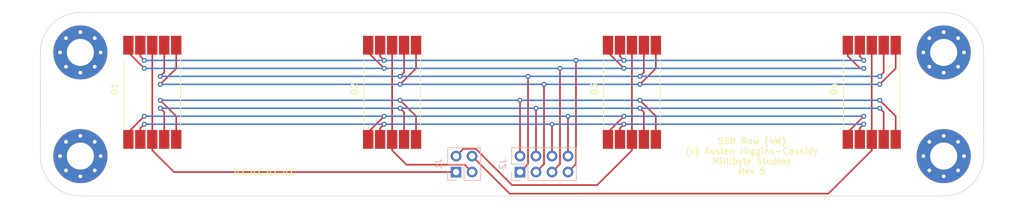
<source format=kicad_pcb>
(kicad_pcb (version 20171130) (host pcbnew "(5.1.8)-1")

  (general
    (thickness 1.6)
    (drawings 13)
    (tracks 172)
    (zones 0)
    (modules 10)
    (nets 13)
  )

  (page A4)
  (layers
    (0 F.Cu signal)
    (31 B.Cu signal)
    (32 B.Adhes user)
    (33 F.Adhes user)
    (34 B.Paste user)
    (35 F.Paste user)
    (36 B.SilkS user)
    (37 F.SilkS user)
    (38 B.Mask user)
    (39 F.Mask user)
    (40 Dwgs.User user)
    (41 Cmts.User user)
    (42 Eco1.User user)
    (43 Eco2.User user)
    (44 Edge.Cuts user)
    (45 Margin user)
    (46 B.CrtYd user)
    (47 F.CrtYd user)
    (48 B.Fab user)
    (49 F.Fab user)
  )

  (setup
    (last_trace_width 0.25)
    (trace_clearance 0.2)
    (zone_clearance 0.508)
    (zone_45_only no)
    (trace_min 0.2)
    (via_size 0.8)
    (via_drill 0.4)
    (via_min_size 0.4)
    (via_min_drill 0.3)
    (uvia_size 0.3)
    (uvia_drill 0.1)
    (uvias_allowed no)
    (uvia_min_size 0.2)
    (uvia_min_drill 0.1)
    (edge_width 0.1)
    (segment_width 0.2)
    (pcb_text_width 0.3)
    (pcb_text_size 1.5 1.5)
    (mod_edge_width 0.15)
    (mod_text_size 1 1)
    (mod_text_width 0.15)
    (pad_size 1.524 1.524)
    (pad_drill 0.762)
    (pad_to_mask_clearance 0)
    (aux_axis_origin 0 0)
    (visible_elements 7FFFFFFF)
    (pcbplotparams
      (layerselection 0x010fc_ffffffff)
      (usegerberextensions false)
      (usegerberattributes true)
      (usegerberadvancedattributes true)
      (creategerberjobfile true)
      (excludeedgelayer true)
      (linewidth 0.100000)
      (plotframeref false)
      (viasonmask false)
      (mode 1)
      (useauxorigin false)
      (hpglpennumber 1)
      (hpglpenspeed 20)
      (hpglpendiameter 15.000000)
      (psnegative false)
      (psa4output false)
      (plotreference true)
      (plotvalue true)
      (plotinvisibletext false)
      (padsonsilk false)
      (subtractmaskfromsilk false)
      (outputformat 1)
      (mirror false)
      (drillshape 0)
      (scaleselection 1)
      (outputdirectory "SSD4/"))
  )

  (net 0 "")
  (net 1 /SEG_G)
  (net 2 /SEG_F)
  (net 3 /DIG_0)
  (net 4 /SEG_A)
  (net 5 /SEG_B)
  (net 6 /SEG_DP)
  (net 7 /SEG_C)
  (net 8 /SEG_D)
  (net 9 /SEG_E)
  (net 10 /DIG_1)
  (net 11 /DIG_2)
  (net 12 /DIG_3)

  (net_class Default "This is the default net class."
    (clearance 0.2)
    (trace_width 0.25)
    (via_dia 0.8)
    (via_drill 0.4)
    (uvia_dia 0.3)
    (uvia_drill 0.1)
    (add_net /DIG_0)
    (add_net /DIG_1)
    (add_net /DIG_2)
    (add_net /DIG_3)
    (add_net /SEG_A)
    (add_net /SEG_B)
    (add_net /SEG_C)
    (add_net /SEG_D)
    (add_net /SEG_DP)
    (add_net /SEG_E)
    (add_net /SEG_F)
    (add_net /SEG_G)
  )

  (module Disarmed:MountingHole_4.3mm_M4_Pad_Via (layer F.Cu) (tedit 5FFEF6A9) (tstamp 60103A66)
    (at 19.05 27.94)
    (descr "Mounting Hole 4.3mm, M4")
    (tags "mounting hole 4.3mm m4")
    (attr virtual)
    (fp_text reference REF** (at 0 -5.3) (layer F.SilkS) hide
      (effects (font (size 1 1) (thickness 0.15)))
    )
    (fp_text value MountingHole_4.3mm_M4_Pad_Via (at 0 5.3) (layer F.Fab)
      (effects (font (size 1 1) (thickness 0.15)))
    )
    (fp_circle (center 0 0) (end 4.55 0) (layer F.CrtYd) (width 0.05))
    (fp_circle (center 0 0) (end 4.3 0) (layer Cmts.User) (width 0.15))
    (fp_text user %R (at 0.3 0) (layer F.Fab)
      (effects (font (size 1 1) (thickness 0.15)))
    )
    (pad "" np_thru_hole circle (at 0 0) (size 8.6 8.6) (drill 4.3) (layers *.Cu *.Mask))
    (pad "" np_thru_hole circle (at 3.225 0) (size 0.9 0.9) (drill 0.6) (layers *.Cu *.Mask))
    (pad "" np_thru_hole circle (at 2.280419 2.280419) (size 0.9 0.9) (drill 0.6) (layers *.Cu *.Mask))
    (pad "" np_thru_hole circle (at 0 3.225) (size 0.9 0.9) (drill 0.6) (layers *.Cu *.Mask))
    (pad "" np_thru_hole circle (at -2.280419 2.280419) (size 0.9 0.9) (drill 0.6) (layers *.Cu *.Mask))
    (pad "" np_thru_hole circle (at -3.225 0) (size 0.9 0.9) (drill 0.6) (layers *.Cu *.Mask))
    (pad "" np_thru_hole circle (at -2.280419 -2.280419) (size 0.9 0.9) (drill 0.6) (layers *.Cu *.Mask))
    (pad "" np_thru_hole circle (at 0 -3.225) (size 0.9 0.9) (drill 0.6) (layers *.Cu *.Mask))
    (pad "" np_thru_hole circle (at 2.280419 -2.280419) (size 0.9 0.9) (drill 0.6) (layers *.Cu *.Mask))
  )

  (module Disarmed:MountingHole_4.3mm_M4_Pad_Via (layer F.Cu) (tedit 5FFEF6A9) (tstamp 60103A1A)
    (at 19.05 44.45)
    (descr "Mounting Hole 4.3mm, M4")
    (tags "mounting hole 4.3mm m4")
    (attr virtual)
    (fp_text reference REF** (at 0 -5.3) (layer F.SilkS) hide
      (effects (font (size 1 1) (thickness 0.15)))
    )
    (fp_text value MountingHole_4.3mm_M4_Pad_Via (at 0 5.3) (layer F.Fab)
      (effects (font (size 1 1) (thickness 0.15)))
    )
    (fp_circle (center 0 0) (end 4.55 0) (layer F.CrtYd) (width 0.05))
    (fp_circle (center 0 0) (end 4.3 0) (layer Cmts.User) (width 0.15))
    (fp_text user %R (at 0.3 0) (layer F.Fab)
      (effects (font (size 1 1) (thickness 0.15)))
    )
    (pad "" np_thru_hole circle (at 0 0) (size 8.6 8.6) (drill 4.3) (layers *.Cu *.Mask))
    (pad "" np_thru_hole circle (at 3.225 0) (size 0.9 0.9) (drill 0.6) (layers *.Cu *.Mask))
    (pad "" np_thru_hole circle (at 2.280419 2.280419) (size 0.9 0.9) (drill 0.6) (layers *.Cu *.Mask))
    (pad "" np_thru_hole circle (at 0 3.225) (size 0.9 0.9) (drill 0.6) (layers *.Cu *.Mask))
    (pad "" np_thru_hole circle (at -2.280419 2.280419) (size 0.9 0.9) (drill 0.6) (layers *.Cu *.Mask))
    (pad "" np_thru_hole circle (at -3.225 0) (size 0.9 0.9) (drill 0.6) (layers *.Cu *.Mask))
    (pad "" np_thru_hole circle (at -2.280419 -2.280419) (size 0.9 0.9) (drill 0.6) (layers *.Cu *.Mask))
    (pad "" np_thru_hole circle (at 0 -3.225) (size 0.9 0.9) (drill 0.6) (layers *.Cu *.Mask))
    (pad "" np_thru_hole circle (at 2.280419 -2.280419) (size 0.9 0.9) (drill 0.6) (layers *.Cu *.Mask))
  )

  (module Disarmed:MountingHole_4.3mm_M4_Pad_Via (layer F.Cu) (tedit 5FFEF6A9) (tstamp 601039CE)
    (at 156.21 44.45)
    (descr "Mounting Hole 4.3mm, M4")
    (tags "mounting hole 4.3mm m4")
    (attr virtual)
    (fp_text reference REF** (at 0 -5.3) (layer F.SilkS) hide
      (effects (font (size 1 1) (thickness 0.15)))
    )
    (fp_text value MountingHole_4.3mm_M4_Pad_Via (at 0 5.3) (layer F.Fab)
      (effects (font (size 1 1) (thickness 0.15)))
    )
    (fp_circle (center 0 0) (end 4.55 0) (layer F.CrtYd) (width 0.05))
    (fp_circle (center 0 0) (end 4.3 0) (layer Cmts.User) (width 0.15))
    (fp_text user %R (at 0.3 0) (layer F.Fab)
      (effects (font (size 1 1) (thickness 0.15)))
    )
    (pad "" np_thru_hole circle (at 0 0) (size 8.6 8.6) (drill 4.3) (layers *.Cu *.Mask))
    (pad "" np_thru_hole circle (at 3.225 0) (size 0.9 0.9) (drill 0.6) (layers *.Cu *.Mask))
    (pad "" np_thru_hole circle (at 2.280419 2.280419) (size 0.9 0.9) (drill 0.6) (layers *.Cu *.Mask))
    (pad "" np_thru_hole circle (at 0 3.225) (size 0.9 0.9) (drill 0.6) (layers *.Cu *.Mask))
    (pad "" np_thru_hole circle (at -2.280419 2.280419) (size 0.9 0.9) (drill 0.6) (layers *.Cu *.Mask))
    (pad "" np_thru_hole circle (at -3.225 0) (size 0.9 0.9) (drill 0.6) (layers *.Cu *.Mask))
    (pad "" np_thru_hole circle (at -2.280419 -2.280419) (size 0.9 0.9) (drill 0.6) (layers *.Cu *.Mask))
    (pad "" np_thru_hole circle (at 0 -3.225) (size 0.9 0.9) (drill 0.6) (layers *.Cu *.Mask))
    (pad "" np_thru_hole circle (at 2.280419 -2.280419) (size 0.9 0.9) (drill 0.6) (layers *.Cu *.Mask))
  )

  (module Disarmed:MountingHole_4.3mm_M4_Pad_Via (layer F.Cu) (tedit 5FFEF6A9) (tstamp 60103982)
    (at 156.21 27.94)
    (descr "Mounting Hole 4.3mm, M4")
    (tags "mounting hole 4.3mm m4")
    (attr virtual)
    (fp_text reference REF** (at 0 -5.3) (layer F.SilkS) hide
      (effects (font (size 1 1) (thickness 0.15)))
    )
    (fp_text value MountingHole_4.3mm_M4_Pad_Via (at 0 5.3) (layer F.Fab)
      (effects (font (size 1 1) (thickness 0.15)))
    )
    (fp_circle (center 0 0) (end 4.55 0) (layer F.CrtYd) (width 0.05))
    (fp_circle (center 0 0) (end 4.3 0) (layer Cmts.User) (width 0.15))
    (fp_text user %R (at 0.3 0) (layer F.Fab)
      (effects (font (size 1 1) (thickness 0.15)))
    )
    (pad "" np_thru_hole circle (at 0 0) (size 8.6 8.6) (drill 4.3) (layers *.Cu *.Mask))
    (pad "" np_thru_hole circle (at 3.225 0) (size 0.9 0.9) (drill 0.6) (layers *.Cu *.Mask))
    (pad "" np_thru_hole circle (at 2.280419 2.280419) (size 0.9 0.9) (drill 0.6) (layers *.Cu *.Mask))
    (pad "" np_thru_hole circle (at 0 3.225) (size 0.9 0.9) (drill 0.6) (layers *.Cu *.Mask))
    (pad "" np_thru_hole circle (at -2.280419 2.280419) (size 0.9 0.9) (drill 0.6) (layers *.Cu *.Mask))
    (pad "" np_thru_hole circle (at -3.225 0) (size 0.9 0.9) (drill 0.6) (layers *.Cu *.Mask))
    (pad "" np_thru_hole circle (at -2.280419 -2.280419) (size 0.9 0.9) (drill 0.6) (layers *.Cu *.Mask))
    (pad "" np_thru_hole circle (at 0 -3.225) (size 0.9 0.9) (drill 0.6) (layers *.Cu *.Mask))
    (pad "" np_thru_hole circle (at 2.280419 -2.280419) (size 0.9 0.9) (drill 0.6) (layers *.Cu *.Mask))
  )

  (module Disarmed:VDMRX10C0 (layer F.Cu) (tedit 600F4568) (tstamp 60102524)
    (at 30.48 34.29)
    (path /60748DDB)
    (fp_text reference D1 (at -6 -0.5 90) (layer F.SilkS)
      (effects (font (size 1 1) (thickness 0.15)))
    )
    (fp_text value HDSP-5500 (at 0 0 90) (layer F.Fab)
      (effects (font (size 1 1) (thickness 0.15)))
    )
    (fp_line (start 4.5 5.5) (end 4.5 -5.5) (layer F.SilkS) (width 0.12))
    (fp_line (start -4.5 5.5) (end -4.5 -5.5) (layer F.SilkS) (width 0.12))
    (fp_line (start -5.5 -9.5) (end -5.5 9.5) (layer F.CrtYd) (width 0.12))
    (fp_line (start -5.5 9.5) (end 5.5 9.5) (layer F.CrtYd) (width 0.12))
    (fp_line (start 5.5 9.5) (end 5.5 -9.5) (layer F.CrtYd) (width 0.12))
    (fp_line (start 5.5 -9.5) (end -5.5 -9.5) (layer F.CrtYd) (width 0.12))
    (fp_line (start -5 -6) (end -5 6) (layer F.Fab) (width 0.12))
    (fp_line (start -5 6) (end 5 6) (layer F.Fab) (width 0.12))
    (fp_line (start 5 6) (end 5 -6) (layer F.Fab) (width 0.12))
    (fp_line (start 5 -6) (end -5 -6) (layer F.Fab) (width 0.12))
    (pad 10 smd rect (at 3.8 -7.5) (size 1.65 3) (layers F.Cu F.Paste F.Mask)
      (net 1 /SEG_G) (clearance 0.2875))
    (pad 9 smd rect (at 1.9 -7.5) (size 1.65 3) (layers F.Cu F.Paste F.Mask)
      (net 2 /SEG_F) (clearance 0.2875))
    (pad 8 smd rect (at 0 -7.5) (size 1.65 3) (layers F.Cu F.Paste F.Mask)
      (net 3 /DIG_0) (clearance 0.2875))
    (pad 7 smd rect (at -1.9 -7.5) (size 1.65 3) (layers F.Cu F.Paste F.Mask)
      (net 4 /SEG_A) (clearance 0.2875))
    (pad 6 smd rect (at -3.8 -7.5) (size 1.65 3) (layers F.Cu F.Paste F.Mask)
      (net 5 /SEG_B) (clearance 0.2875))
    (pad 5 smd rect (at -3.8 7.5) (size 1.65 3) (layers F.Cu F.Paste F.Mask)
      (net 6 /SEG_DP) (clearance 0.2875))
    (pad 4 smd rect (at -1.9 7.5) (size 1.65 3) (layers F.Cu F.Paste F.Mask)
      (net 7 /SEG_C) (clearance 0.2875))
    (pad 3 smd rect (at 0 7.5) (size 1.65 3) (layers F.Cu F.Paste F.Mask)
      (net 3 /DIG_0) (clearance 0.2875))
    (pad 2 smd rect (at 1.9 7.5) (size 1.65 3) (layers F.Cu F.Paste F.Mask)
      (net 8 /SEG_D) (clearance 0.2875))
    (pad 1 smd rect (at 3.8 7.5) (size 1.65 3) (layers F.Cu F.Paste F.Mask)
      (net 9 /SEG_E) (clearance 0.2875))
  )

  (module Disarmed:VDMRX10C0 (layer F.Cu) (tedit 600F4568) (tstamp 6010253C)
    (at 68.58 34.29)
    (path /60748DD5)
    (fp_text reference D2 (at -6 -0.5 90) (layer F.SilkS)
      (effects (font (size 1 1) (thickness 0.15)))
    )
    (fp_text value HDSP-5500 (at 0 0 90) (layer F.Fab)
      (effects (font (size 1 1) (thickness 0.15)))
    )
    (fp_line (start 5 -6) (end -5 -6) (layer F.Fab) (width 0.12))
    (fp_line (start 5 6) (end 5 -6) (layer F.Fab) (width 0.12))
    (fp_line (start -5 6) (end 5 6) (layer F.Fab) (width 0.12))
    (fp_line (start -5 -6) (end -5 6) (layer F.Fab) (width 0.12))
    (fp_line (start 5.5 -9.5) (end -5.5 -9.5) (layer F.CrtYd) (width 0.12))
    (fp_line (start 5.5 9.5) (end 5.5 -9.5) (layer F.CrtYd) (width 0.12))
    (fp_line (start -5.5 9.5) (end 5.5 9.5) (layer F.CrtYd) (width 0.12))
    (fp_line (start -5.5 -9.5) (end -5.5 9.5) (layer F.CrtYd) (width 0.12))
    (fp_line (start -4.5 5.5) (end -4.5 -5.5) (layer F.SilkS) (width 0.12))
    (fp_line (start 4.5 5.5) (end 4.5 -5.5) (layer F.SilkS) (width 0.12))
    (pad 1 smd rect (at 3.8 7.5) (size 1.65 3) (layers F.Cu F.Paste F.Mask)
      (net 9 /SEG_E) (clearance 0.2875))
    (pad 2 smd rect (at 1.9 7.5) (size 1.65 3) (layers F.Cu F.Paste F.Mask)
      (net 8 /SEG_D) (clearance 0.2875))
    (pad 3 smd rect (at 0 7.5) (size 1.65 3) (layers F.Cu F.Paste F.Mask)
      (net 10 /DIG_1) (clearance 0.2875))
    (pad 4 smd rect (at -1.9 7.5) (size 1.65 3) (layers F.Cu F.Paste F.Mask)
      (net 7 /SEG_C) (clearance 0.2875))
    (pad 5 smd rect (at -3.8 7.5) (size 1.65 3) (layers F.Cu F.Paste F.Mask)
      (net 6 /SEG_DP) (clearance 0.2875))
    (pad 6 smd rect (at -3.8 -7.5) (size 1.65 3) (layers F.Cu F.Paste F.Mask)
      (net 5 /SEG_B) (clearance 0.2875))
    (pad 7 smd rect (at -1.9 -7.5) (size 1.65 3) (layers F.Cu F.Paste F.Mask)
      (net 4 /SEG_A) (clearance 0.2875))
    (pad 8 smd rect (at 0 -7.5) (size 1.65 3) (layers F.Cu F.Paste F.Mask)
      (net 10 /DIG_1) (clearance 0.2875))
    (pad 9 smd rect (at 1.9 -7.5) (size 1.65 3) (layers F.Cu F.Paste F.Mask)
      (net 2 /SEG_F) (clearance 0.2875))
    (pad 10 smd rect (at 3.8 -7.5) (size 1.65 3) (layers F.Cu F.Paste F.Mask)
      (net 1 /SEG_G) (clearance 0.2875))
  )

  (module Disarmed:VDMRX10C0 (layer F.Cu) (tedit 600F4568) (tstamp 60102554)
    (at 106.68 34.29)
    (path /60748DE1)
    (fp_text reference D3 (at -6 -0.5 90) (layer F.SilkS)
      (effects (font (size 1 1) (thickness 0.15)))
    )
    (fp_text value HDSP-5500 (at 0 0 90) (layer F.Fab)
      (effects (font (size 1 1) (thickness 0.15)))
    )
    (fp_line (start 5 -6) (end -5 -6) (layer F.Fab) (width 0.12))
    (fp_line (start 5 6) (end 5 -6) (layer F.Fab) (width 0.12))
    (fp_line (start -5 6) (end 5 6) (layer F.Fab) (width 0.12))
    (fp_line (start -5 -6) (end -5 6) (layer F.Fab) (width 0.12))
    (fp_line (start 5.5 -9.5) (end -5.5 -9.5) (layer F.CrtYd) (width 0.12))
    (fp_line (start 5.5 9.5) (end 5.5 -9.5) (layer F.CrtYd) (width 0.12))
    (fp_line (start -5.5 9.5) (end 5.5 9.5) (layer F.CrtYd) (width 0.12))
    (fp_line (start -5.5 -9.5) (end -5.5 9.5) (layer F.CrtYd) (width 0.12))
    (fp_line (start -4.5 5.5) (end -4.5 -5.5) (layer F.SilkS) (width 0.12))
    (fp_line (start 4.5 5.5) (end 4.5 -5.5) (layer F.SilkS) (width 0.12))
    (pad 1 smd rect (at 3.8 7.5) (size 1.65 3) (layers F.Cu F.Paste F.Mask)
      (net 9 /SEG_E) (clearance 0.2875))
    (pad 2 smd rect (at 1.9 7.5) (size 1.65 3) (layers F.Cu F.Paste F.Mask)
      (net 8 /SEG_D) (clearance 0.2875))
    (pad 3 smd rect (at 0 7.5) (size 1.65 3) (layers F.Cu F.Paste F.Mask)
      (net 11 /DIG_2) (clearance 0.2875))
    (pad 4 smd rect (at -1.9 7.5) (size 1.65 3) (layers F.Cu F.Paste F.Mask)
      (net 7 /SEG_C) (clearance 0.2875))
    (pad 5 smd rect (at -3.8 7.5) (size 1.65 3) (layers F.Cu F.Paste F.Mask)
      (net 6 /SEG_DP) (clearance 0.2875))
    (pad 6 smd rect (at -3.8 -7.5) (size 1.65 3) (layers F.Cu F.Paste F.Mask)
      (net 5 /SEG_B) (clearance 0.2875))
    (pad 7 smd rect (at -1.9 -7.5) (size 1.65 3) (layers F.Cu F.Paste F.Mask)
      (net 4 /SEG_A) (clearance 0.2875))
    (pad 8 smd rect (at 0 -7.5) (size 1.65 3) (layers F.Cu F.Paste F.Mask)
      (net 11 /DIG_2) (clearance 0.2875))
    (pad 9 smd rect (at 1.9 -7.5) (size 1.65 3) (layers F.Cu F.Paste F.Mask)
      (net 2 /SEG_F) (clearance 0.2875))
    (pad 10 smd rect (at 3.8 -7.5) (size 1.65 3) (layers F.Cu F.Paste F.Mask)
      (net 1 /SEG_G) (clearance 0.2875))
  )

  (module Disarmed:VDMRX10C0 (layer F.Cu) (tedit 600F4568) (tstamp 6010256C)
    (at 144.78 34.29)
    (path /60748DE7)
    (fp_text reference D4 (at -6 -0.5 90) (layer F.SilkS)
      (effects (font (size 1 1) (thickness 0.15)))
    )
    (fp_text value HDSP-5500 (at 0 0 90) (layer F.Fab)
      (effects (font (size 1 1) (thickness 0.15)))
    )
    (fp_line (start 4.5 5.5) (end 4.5 -5.5) (layer F.SilkS) (width 0.12))
    (fp_line (start -4.5 5.5) (end -4.5 -5.5) (layer F.SilkS) (width 0.12))
    (fp_line (start -5.5 -9.5) (end -5.5 9.5) (layer F.CrtYd) (width 0.12))
    (fp_line (start -5.5 9.5) (end 5.5 9.5) (layer F.CrtYd) (width 0.12))
    (fp_line (start 5.5 9.5) (end 5.5 -9.5) (layer F.CrtYd) (width 0.12))
    (fp_line (start 5.5 -9.5) (end -5.5 -9.5) (layer F.CrtYd) (width 0.12))
    (fp_line (start -5 -6) (end -5 6) (layer F.Fab) (width 0.12))
    (fp_line (start -5 6) (end 5 6) (layer F.Fab) (width 0.12))
    (fp_line (start 5 6) (end 5 -6) (layer F.Fab) (width 0.12))
    (fp_line (start 5 -6) (end -5 -6) (layer F.Fab) (width 0.12))
    (pad 10 smd rect (at 3.8 -7.5) (size 1.65 3) (layers F.Cu F.Paste F.Mask)
      (net 1 /SEG_G) (clearance 0.2875))
    (pad 9 smd rect (at 1.9 -7.5) (size 1.65 3) (layers F.Cu F.Paste F.Mask)
      (net 2 /SEG_F) (clearance 0.2875))
    (pad 8 smd rect (at 0 -7.5) (size 1.65 3) (layers F.Cu F.Paste F.Mask)
      (net 12 /DIG_3) (clearance 0.2875))
    (pad 7 smd rect (at -1.9 -7.5) (size 1.65 3) (layers F.Cu F.Paste F.Mask)
      (net 4 /SEG_A) (clearance 0.2875))
    (pad 6 smd rect (at -3.8 -7.5) (size 1.65 3) (layers F.Cu F.Paste F.Mask)
      (net 5 /SEG_B) (clearance 0.2875))
    (pad 5 smd rect (at -3.8 7.5) (size 1.65 3) (layers F.Cu F.Paste F.Mask)
      (net 6 /SEG_DP) (clearance 0.2875))
    (pad 4 smd rect (at -1.9 7.5) (size 1.65 3) (layers F.Cu F.Paste F.Mask)
      (net 7 /SEG_C) (clearance 0.2875))
    (pad 3 smd rect (at 0 7.5) (size 1.65 3) (layers F.Cu F.Paste F.Mask)
      (net 12 /DIG_3) (clearance 0.2875))
    (pad 2 smd rect (at 1.9 7.5) (size 1.65 3) (layers F.Cu F.Paste F.Mask)
      (net 8 /SEG_D) (clearance 0.2875))
    (pad 1 smd rect (at 3.8 7.5) (size 1.65 3) (layers F.Cu F.Paste F.Mask)
      (net 9 /SEG_E) (clearance 0.2875))
  )

  (module Connector_PinSocket_2.54mm:PinSocket_2x02_P2.54mm_Vertical (layer B.Cu) (tedit 5A19A426) (tstamp 60102586)
    (at 78.74 46.99 270)
    (descr "Through hole straight socket strip, 2x02, 2.54mm pitch, double cols (from Kicad 4.0.7), script generated")
    (tags "Through hole socket strip THT 2x02 2.54mm double row")
    (path /6012F0A6)
    (fp_text reference J1 (at -1.27 2.77 270) (layer B.SilkS)
      (effects (font (size 1 1) (thickness 0.15)) (justify mirror))
    )
    (fp_text value Conn_02x02_Odd_Even (at -1.27 -5.31 270) (layer B.Fab)
      (effects (font (size 1 1) (thickness 0.15)) (justify mirror))
    )
    (fp_line (start -4.34 -4.3) (end -4.34 1.8) (layer B.CrtYd) (width 0.05))
    (fp_line (start 1.76 -4.3) (end -4.34 -4.3) (layer B.CrtYd) (width 0.05))
    (fp_line (start 1.76 1.8) (end 1.76 -4.3) (layer B.CrtYd) (width 0.05))
    (fp_line (start -4.34 1.8) (end 1.76 1.8) (layer B.CrtYd) (width 0.05))
    (fp_line (start 0 1.33) (end 1.33 1.33) (layer B.SilkS) (width 0.12))
    (fp_line (start 1.33 1.33) (end 1.33 0) (layer B.SilkS) (width 0.12))
    (fp_line (start -1.27 1.33) (end -1.27 -1.27) (layer B.SilkS) (width 0.12))
    (fp_line (start -1.27 -1.27) (end 1.33 -1.27) (layer B.SilkS) (width 0.12))
    (fp_line (start 1.33 -1.27) (end 1.33 -3.87) (layer B.SilkS) (width 0.12))
    (fp_line (start -3.87 -3.87) (end 1.33 -3.87) (layer B.SilkS) (width 0.12))
    (fp_line (start -3.87 1.33) (end -3.87 -3.87) (layer B.SilkS) (width 0.12))
    (fp_line (start -3.87 1.33) (end -1.27 1.33) (layer B.SilkS) (width 0.12))
    (fp_line (start -3.81 -3.81) (end -3.81 1.27) (layer B.Fab) (width 0.1))
    (fp_line (start 1.27 -3.81) (end -3.81 -3.81) (layer B.Fab) (width 0.1))
    (fp_line (start 1.27 0.27) (end 1.27 -3.81) (layer B.Fab) (width 0.1))
    (fp_line (start 0.27 1.27) (end 1.27 0.27) (layer B.Fab) (width 0.1))
    (fp_line (start -3.81 1.27) (end 0.27 1.27) (layer B.Fab) (width 0.1))
    (fp_text user %R (at -1.27 -1.27) (layer B.Fab)
      (effects (font (size 1 1) (thickness 0.15)) (justify mirror))
    )
    (pad 1 thru_hole rect (at 0 0 270) (size 1.7 1.7) (drill 1) (layers *.Cu *.Mask)
      (net 3 /DIG_0))
    (pad 2 thru_hole oval (at -2.54 0 270) (size 1.7 1.7) (drill 1) (layers *.Cu *.Mask)
      (net 11 /DIG_2))
    (pad 3 thru_hole oval (at 0 -2.54 270) (size 1.7 1.7) (drill 1) (layers *.Cu *.Mask)
      (net 10 /DIG_1))
    (pad 4 thru_hole oval (at -2.54 -2.54 270) (size 1.7 1.7) (drill 1) (layers *.Cu *.Mask)
      (net 12 /DIG_3))
    (model ${KISYS3DMOD}/Connector_PinSocket_2.54mm.3dshapes/PinSocket_2x02_P2.54mm_Vertical.wrl
      (at (xyz 0 0 0))
      (scale (xyz 1 1 1))
      (rotate (xyz 0 0 0))
    )
  )

  (module Connector_PinSocket_2.54mm:PinSocket_2x04_P2.54mm_Vertical (layer B.Cu) (tedit 5A19A422) (tstamp 601025A4)
    (at 88.9 46.99 270)
    (descr "Through hole straight socket strip, 2x04, 2.54mm pitch, double cols (from Kicad 4.0.7), script generated")
    (tags "Through hole socket strip THT 2x04 2.54mm double row")
    (path /60134827)
    (fp_text reference J2 (at -1.27 2.77 270) (layer B.SilkS)
      (effects (font (size 1 1) (thickness 0.15)) (justify mirror))
    )
    (fp_text value Conn_02x04_Odd_Even (at -1.27 -10.39 270) (layer B.Fab)
      (effects (font (size 1 1) (thickness 0.15)) (justify mirror))
    )
    (fp_line (start -4.34 -9.4) (end -4.34 1.8) (layer B.CrtYd) (width 0.05))
    (fp_line (start 1.76 -9.4) (end -4.34 -9.4) (layer B.CrtYd) (width 0.05))
    (fp_line (start 1.76 1.8) (end 1.76 -9.4) (layer B.CrtYd) (width 0.05))
    (fp_line (start -4.34 1.8) (end 1.76 1.8) (layer B.CrtYd) (width 0.05))
    (fp_line (start 0 1.33) (end 1.33 1.33) (layer B.SilkS) (width 0.12))
    (fp_line (start 1.33 1.33) (end 1.33 0) (layer B.SilkS) (width 0.12))
    (fp_line (start -1.27 1.33) (end -1.27 -1.27) (layer B.SilkS) (width 0.12))
    (fp_line (start -1.27 -1.27) (end 1.33 -1.27) (layer B.SilkS) (width 0.12))
    (fp_line (start 1.33 -1.27) (end 1.33 -8.95) (layer B.SilkS) (width 0.12))
    (fp_line (start -3.87 -8.95) (end 1.33 -8.95) (layer B.SilkS) (width 0.12))
    (fp_line (start -3.87 1.33) (end -3.87 -8.95) (layer B.SilkS) (width 0.12))
    (fp_line (start -3.87 1.33) (end -1.27 1.33) (layer B.SilkS) (width 0.12))
    (fp_line (start -3.81 -8.89) (end -3.81 1.27) (layer B.Fab) (width 0.1))
    (fp_line (start 1.27 -8.89) (end -3.81 -8.89) (layer B.Fab) (width 0.1))
    (fp_line (start 1.27 0.27) (end 1.27 -8.89) (layer B.Fab) (width 0.1))
    (fp_line (start 0.27 1.27) (end 1.27 0.27) (layer B.Fab) (width 0.1))
    (fp_line (start -3.81 1.27) (end 0.27 1.27) (layer B.Fab) (width 0.1))
    (fp_text user %R (at -1.27 -3.81) (layer B.Fab)
      (effects (font (size 1 1) (thickness 0.15)) (justify mirror))
    )
    (pad 1 thru_hole rect (at 0 0 270) (size 1.7 1.7) (drill 1) (layers *.Cu *.Mask)
      (net 2 /SEG_F))
    (pad 2 thru_hole oval (at -2.54 0 270) (size 1.7 1.7) (drill 1) (layers *.Cu *.Mask)
      (net 9 /SEG_E))
    (pad 3 thru_hole oval (at 0 -2.54 270) (size 1.7 1.7) (drill 1) (layers *.Cu *.Mask)
      (net 1 /SEG_G))
    (pad 4 thru_hole oval (at -2.54 -2.54 270) (size 1.7 1.7) (drill 1) (layers *.Cu *.Mask)
      (net 8 /SEG_D))
    (pad 5 thru_hole oval (at 0 -5.08 270) (size 1.7 1.7) (drill 1) (layers *.Cu *.Mask)
      (net 5 /SEG_B))
    (pad 6 thru_hole oval (at -2.54 -5.08 270) (size 1.7 1.7) (drill 1) (layers *.Cu *.Mask)
      (net 7 /SEG_C))
    (pad 7 thru_hole oval (at 0 -7.62 270) (size 1.7 1.7) (drill 1) (layers *.Cu *.Mask)
      (net 4 /SEG_A))
    (pad 8 thru_hole oval (at -2.54 -7.62 270) (size 1.7 1.7) (drill 1) (layers *.Cu *.Mask)
      (net 6 /SEG_DP))
    (model ${KISYS3DMOD}/Connector_PinSocket_2.54mm.3dshapes/PinSocket_2x04_P2.54mm_Vertical.wrl
      (at (xyz 0 0 0))
      (scale (xyz 1 1 1))
      (rotate (xyz 0 0 0))
    )
  )

  (gr_text JLCJLCJLCJLC (at 48.26 46.99) (layer F.SilkS)
    (effects (font (size 1 1) (thickness 0.15)))
  )
  (gr_text "SSD Row (4W)\n(c) Austen Higgins-Cassidy\nMillibyte Studios\nRev 5" (at 125.73 44.45) (layer F.SilkS)
    (effects (font (size 1 1) (thickness 0.15)))
  )
  (gr_line (start 162.56 44.45) (end 162.56 27.94) (layer Edge.Cuts) (width 0.1) (tstamp 60103B29))
  (gr_line (start 19.05 50.8) (end 156.21 50.8) (layer Edge.Cuts) (width 0.1) (tstamp 60103B28))
  (gr_line (start 12.7 27.94) (end 12.7 44.45) (layer Edge.Cuts) (width 0.1) (tstamp 60103B14))
  (gr_line (start 156.21 21.59) (end 19.05 21.59) (layer Edge.Cuts) (width 0.1) (tstamp 60103B13))
  (gr_arc (start 156.21 27.94) (end 162.56 27.94) (angle -90) (layer Edge.Cuts) (width 0.1))
  (gr_arc (start 156.21 44.45) (end 156.21 50.8) (angle -90) (layer Edge.Cuts) (width 0.1))
  (gr_arc (start 19.05 44.45) (end 12.7 44.45) (angle -90) (layer Edge.Cuts) (width 0.1))
  (gr_arc (start 19.05 27.94) (end 19.05 21.59) (angle -90) (layer Edge.Cuts) (width 0.1))
  (dimension 25.4 (width 0.15) (layer Dwgs.User) (tstamp 60102A80)
    (gr_text "25.400 mm" (at 125.73 20.29) (layer Dwgs.User) (tstamp 60102A80)
      (effects (font (size 1 1) (thickness 0.15)))
    )
    (feature1 (pts (xy 138.43 24.13) (xy 138.43 21.003579)))
    (feature2 (pts (xy 113.03 24.13) (xy 113.03 21.003579)))
    (crossbar (pts (xy 113.03 21.59) (xy 138.43 21.59)))
    (arrow1a (pts (xy 138.43 21.59) (xy 137.303496 22.176421)))
    (arrow1b (pts (xy 138.43 21.59) (xy 137.303496 21.003579)))
    (arrow2a (pts (xy 113.03 21.59) (xy 114.156504 22.176421)))
    (arrow2b (pts (xy 113.03 21.59) (xy 114.156504 21.003579)))
  )
  (dimension 25.4 (width 0.15) (layer Dwgs.User) (tstamp 60102A47)
    (gr_text "25.400 mm" (at 87.63 20.29) (layer Dwgs.User) (tstamp 60102A47)
      (effects (font (size 1 1) (thickness 0.15)))
    )
    (feature1 (pts (xy 100.33 24.13) (xy 100.33 21.003579)))
    (feature2 (pts (xy 74.93 24.13) (xy 74.93 21.003579)))
    (crossbar (pts (xy 74.93 21.59) (xy 100.33 21.59)))
    (arrow1a (pts (xy 100.33 21.59) (xy 99.203496 22.176421)))
    (arrow1b (pts (xy 100.33 21.59) (xy 99.203496 21.003579)))
    (arrow2a (pts (xy 74.93 21.59) (xy 76.056504 22.176421)))
    (arrow2b (pts (xy 74.93 21.59) (xy 76.056504 21.003579)))
  )
  (dimension 25.4 (width 0.15) (layer Dwgs.User)
    (gr_text "25.400 mm" (at 49.53 20.29) (layer Dwgs.User)
      (effects (font (size 1 1) (thickness 0.15)))
    )
    (feature1 (pts (xy 62.23 24.13) (xy 62.23 21.003579)))
    (feature2 (pts (xy 36.83 24.13) (xy 36.83 21.003579)))
    (crossbar (pts (xy 36.83 21.59) (xy 62.23 21.59)))
    (arrow1a (pts (xy 62.23 21.59) (xy 61.103496 22.176421)))
    (arrow1b (pts (xy 62.23 21.59) (xy 61.103496 21.003579)))
    (arrow2a (pts (xy 36.83 21.59) (xy 37.956504 22.176421)))
    (arrow2b (pts (xy 36.83 21.59) (xy 37.956504 21.003579)))
  )

  (via (at 69.85 33.02) (size 0.8) (drill 0.4) (layers F.Cu B.Cu) (net 1))
  (segment (start 72.38 30.49) (end 69.85 33.02) (width 0.25) (layer F.Cu) (net 1))
  (segment (start 72.38 26.79) (end 72.38 30.49) (width 0.25) (layer F.Cu) (net 1))
  (via (at 31.75 33.02) (size 0.8) (drill 0.4) (layers F.Cu B.Cu) (net 1))
  (segment (start 34.28 30.49) (end 31.75 33.02) (width 0.25) (layer F.Cu) (net 1))
  (segment (start 34.28 26.79) (end 34.28 30.49) (width 0.25) (layer F.Cu) (net 1))
  (via (at 107.95 33.02) (size 0.8) (drill 0.4) (layers F.Cu B.Cu) (net 1))
  (segment (start 110.48 30.49) (end 107.95 33.02) (width 0.25) (layer F.Cu) (net 1))
  (segment (start 110.48 26.79) (end 110.48 30.49) (width 0.25) (layer F.Cu) (net 1))
  (via (at 146.05 33.02) (size 0.8) (drill 0.4) (layers F.Cu B.Cu) (net 1))
  (segment (start 148.58 30.49) (end 146.05 33.02) (width 0.25) (layer F.Cu) (net 1))
  (segment (start 148.58 26.79) (end 148.58 30.49) (width 0.25) (layer F.Cu) (net 1))
  (segment (start 146.05 33.02) (end 107.95 33.02) (width 0.25) (layer B.Cu) (net 1))
  (segment (start 69.85 33.02) (end 31.75 33.02) (width 0.25) (layer B.Cu) (net 1))
  (segment (start 91.44 33.02) (end 69.85 33.02) (width 0.25) (layer B.Cu) (net 1))
  (segment (start 107.95 33.02) (end 91.44 33.02) (width 0.25) (layer B.Cu) (net 1))
  (segment (start 92.71 45.72) (end 92.71 33.02) (width 0.25) (layer F.Cu) (net 1))
  (via (at 92.71 33.02) (size 0.8) (drill 0.4) (layers F.Cu B.Cu) (net 1))
  (segment (start 91.44 46.99) (end 92.71 45.72) (width 0.25) (layer F.Cu) (net 1))
  (via (at 69.85 31.75) (size 0.8) (drill 0.4) (layers F.Cu B.Cu) (net 2))
  (segment (start 70.48 31.12) (end 69.85 31.75) (width 0.25) (layer F.Cu) (net 2))
  (segment (start 70.48 26.79) (end 70.48 31.12) (width 0.25) (layer F.Cu) (net 2))
  (via (at 31.75 31.75) (size 0.8) (drill 0.4) (layers F.Cu B.Cu) (net 2))
  (segment (start 32.38 31.12) (end 31.75 31.75) (width 0.25) (layer F.Cu) (net 2))
  (segment (start 32.38 26.79) (end 32.38 31.12) (width 0.25) (layer F.Cu) (net 2))
  (via (at 107.95 31.75) (size 0.8) (drill 0.4) (layers F.Cu B.Cu) (net 2))
  (segment (start 108.58 31.12) (end 107.95 31.75) (width 0.25) (layer F.Cu) (net 2))
  (segment (start 108.58 26.79) (end 108.58 31.12) (width 0.25) (layer F.Cu) (net 2))
  (via (at 146.05 31.75) (size 0.8) (drill 0.4) (layers F.Cu B.Cu) (net 2))
  (segment (start 146.68 31.12) (end 146.05 31.75) (width 0.25) (layer F.Cu) (net 2))
  (segment (start 146.68 26.79) (end 146.68 31.12) (width 0.25) (layer F.Cu) (net 2))
  (segment (start 31.75 31.75) (end 69.85 31.75) (width 0.25) (layer B.Cu) (net 2))
  (segment (start 107.95 31.75) (end 146.05 31.75) (width 0.25) (layer B.Cu) (net 2))
  (segment (start 88.9 31.75) (end 107.95 31.75) (width 0.25) (layer B.Cu) (net 2))
  (segment (start 69.85 31.75) (end 88.9 31.75) (width 0.25) (layer B.Cu) (net 2))
  (via (at 90.17 31.75) (size 0.8) (drill 0.4) (layers F.Cu B.Cu) (net 2))
  (segment (start 90.17 45.72) (end 90.17 31.75) (width 0.25) (layer F.Cu) (net 2))
  (segment (start 88.9 46.99) (end 90.17 45.72) (width 0.25) (layer F.Cu) (net 2))
  (segment (start 30.48 41.79) (end 30.48 26.79) (width 0.25) (layer F.Cu) (net 3))
  (segment (start 33.93 46.99) (end 78.74 46.99) (width 0.25) (layer F.Cu) (net 3))
  (segment (start 30.48 43.54) (end 33.93 46.99) (width 0.25) (layer F.Cu) (net 3))
  (segment (start 30.48 41.79) (end 30.48 43.54) (width 0.25) (layer F.Cu) (net 3))
  (via (at 67.31 29.21) (size 0.8) (drill 0.4) (layers F.Cu B.Cu) (net 4))
  (segment (start 66.68 28.58) (end 67.31 29.21) (width 0.25) (layer F.Cu) (net 4))
  (segment (start 66.68 26.79) (end 66.68 28.58) (width 0.25) (layer F.Cu) (net 4))
  (via (at 29.21 29.21) (size 0.8) (drill 0.4) (layers F.Cu B.Cu) (net 4))
  (segment (start 28.58 28.58) (end 29.21 29.21) (width 0.25) (layer F.Cu) (net 4))
  (segment (start 28.58 26.79) (end 28.58 28.58) (width 0.25) (layer F.Cu) (net 4))
  (via (at 105.41 29.21) (size 0.8) (drill 0.4) (layers F.Cu B.Cu) (net 4))
  (segment (start 104.78 28.58) (end 105.41 29.21) (width 0.25) (layer F.Cu) (net 4))
  (segment (start 104.78 26.79) (end 104.78 28.58) (width 0.25) (layer F.Cu) (net 4))
  (segment (start 142.88 28.58) (end 143.51 29.21) (width 0.25) (layer F.Cu) (net 4))
  (via (at 143.51 29.21) (size 0.8) (drill 0.4) (layers F.Cu B.Cu) (net 4))
  (segment (start 142.88 26.79) (end 142.88 28.58) (width 0.25) (layer F.Cu) (net 4))
  (segment (start 29.21 29.21) (end 67.31 29.21) (width 0.25) (layer B.Cu) (net 4))
  (segment (start 105.41 29.21) (end 143.51 29.21) (width 0.25) (layer B.Cu) (net 4))
  (segment (start 67.31 29.21) (end 96.52 29.21) (width 0.25) (layer B.Cu) (net 4))
  (via (at 97.79 29.21) (size 0.8) (drill 0.4) (layers F.Cu B.Cu) (net 4))
  (segment (start 96.52 46.99) (end 97.79 45.72) (width 0.25) (layer F.Cu) (net 4))
  (segment (start 97.79 29.21) (end 105.41 29.21) (width 0.25) (layer B.Cu) (net 4))
  (segment (start 97.79 45.72) (end 97.79 29.21) (width 0.25) (layer F.Cu) (net 4))
  (segment (start 96.52 29.21) (end 97.79 29.21) (width 0.25) (layer B.Cu) (net 4))
  (via (at 67.31 30.48) (size 0.8) (drill 0.4) (layers F.Cu B.Cu) (net 5))
  (segment (start 64.78 27.95) (end 67.31 30.48) (width 0.25) (layer F.Cu) (net 5))
  (segment (start 64.78 26.79) (end 64.78 27.95) (width 0.25) (layer F.Cu) (net 5))
  (via (at 29.21 30.48) (size 0.8) (drill 0.4) (layers F.Cu B.Cu) (net 5))
  (segment (start 26.68 27.95) (end 29.21 30.48) (width 0.25) (layer F.Cu) (net 5))
  (segment (start 26.68 26.79) (end 26.68 27.95) (width 0.25) (layer F.Cu) (net 5))
  (via (at 105.41 30.48) (size 0.8) (drill 0.4) (layers F.Cu B.Cu) (net 5))
  (segment (start 102.88 27.95) (end 105.41 30.48) (width 0.25) (layer F.Cu) (net 5))
  (segment (start 102.88 26.79) (end 102.88 27.95) (width 0.25) (layer F.Cu) (net 5))
  (via (at 143.51 30.48) (size 0.8) (drill 0.4) (layers F.Cu B.Cu) (net 5))
  (segment (start 142.92 30.48) (end 143.51 30.48) (width 0.25) (layer F.Cu) (net 5))
  (segment (start 140.98 28.54) (end 142.92 30.48) (width 0.25) (layer F.Cu) (net 5))
  (segment (start 140.98 26.79) (end 140.98 28.54) (width 0.25) (layer F.Cu) (net 5))
  (segment (start 143.51 30.48) (end 105.41 30.48) (width 0.25) (layer B.Cu) (net 5))
  (segment (start 105.41 30.48) (end 67.31 30.48) (width 0.25) (layer B.Cu) (net 5))
  (segment (start 67.31 30.48) (end 29.21 30.48) (width 0.25) (layer B.Cu) (net 5))
  (segment (start 95.25 45.72) (end 95.25 30.48) (width 0.25) (layer F.Cu) (net 5))
  (via (at 95.25 30.48) (size 0.8) (drill 0.4) (layers F.Cu B.Cu) (net 5))
  (segment (start 93.98 46.99) (end 95.25 45.72) (width 0.25) (layer F.Cu) (net 5))
  (via (at 67.31 38.1) (size 0.8) (drill 0.4) (layers F.Cu B.Cu) (net 6))
  (segment (start 64.78 40.63) (end 67.31 38.1) (width 0.25) (layer F.Cu) (net 6))
  (segment (start 64.78 41.79) (end 64.78 40.63) (width 0.25) (layer F.Cu) (net 6))
  (via (at 29.21 38.1) (size 0.8) (drill 0.4) (layers F.Cu B.Cu) (net 6))
  (segment (start 26.68 40.63) (end 29.21 38.1) (width 0.25) (layer F.Cu) (net 6))
  (segment (start 26.68 41.79) (end 26.68 40.63) (width 0.25) (layer F.Cu) (net 6))
  (via (at 105.41 38.1) (size 0.8) (drill 0.4) (layers F.Cu B.Cu) (net 6))
  (segment (start 102.88 40.63) (end 105.41 38.1) (width 0.25) (layer F.Cu) (net 6))
  (segment (start 102.88 41.79) (end 102.88 40.63) (width 0.25) (layer F.Cu) (net 6))
  (via (at 143.51 38.1) (size 0.8) (drill 0.4) (layers F.Cu B.Cu) (net 6))
  (segment (start 140.98 40.63) (end 143.51 38.1) (width 0.25) (layer F.Cu) (net 6))
  (segment (start 140.98 41.79) (end 140.98 40.63) (width 0.25) (layer F.Cu) (net 6))
  (segment (start 29.21 38.1) (end 67.31 38.1) (width 0.25) (layer B.Cu) (net 6))
  (segment (start 105.41 38.1) (end 143.51 38.1) (width 0.25) (layer B.Cu) (net 6))
  (segment (start 97.79 38.1) (end 105.41 38.1) (width 0.25) (layer B.Cu) (net 6))
  (via (at 96.52 38.1) (size 0.8) (drill 0.4) (layers F.Cu B.Cu) (net 6))
  (segment (start 96.52 44.45) (end 96.52 38.1) (width 0.25) (layer F.Cu) (net 6))
  (segment (start 96.52 38.1) (end 97.79 38.1) (width 0.25) (layer B.Cu) (net 6))
  (segment (start 67.31 38.1) (end 96.52 38.1) (width 0.25) (layer B.Cu) (net 6))
  (via (at 67.31 39.37) (size 0.8) (drill 0.4) (layers F.Cu B.Cu) (net 7))
  (segment (start 66.68 40) (end 67.31 39.37) (width 0.25) (layer F.Cu) (net 7))
  (segment (start 66.68 41.79) (end 66.68 40) (width 0.25) (layer F.Cu) (net 7))
  (via (at 29.21 39.37) (size 0.8) (drill 0.4) (layers F.Cu B.Cu) (net 7))
  (segment (start 28.58 40) (end 29.21 39.37) (width 0.25) (layer F.Cu) (net 7))
  (segment (start 28.58 41.79) (end 28.58 40) (width 0.25) (layer F.Cu) (net 7))
  (via (at 105.41 39.37) (size 0.8) (drill 0.4) (layers F.Cu B.Cu) (net 7))
  (segment (start 104.78 40) (end 105.41 39.37) (width 0.25) (layer F.Cu) (net 7))
  (segment (start 104.78 41.79) (end 104.78 40) (width 0.25) (layer F.Cu) (net 7))
  (via (at 143.51 39.37) (size 0.8) (drill 0.4) (layers F.Cu B.Cu) (net 7))
  (segment (start 142.88 40) (end 143.51 39.37) (width 0.25) (layer F.Cu) (net 7))
  (segment (start 142.88 41.79) (end 142.88 40) (width 0.25) (layer F.Cu) (net 7))
  (segment (start 143.51 39.37) (end 105.41 39.37) (width 0.25) (layer B.Cu) (net 7))
  (segment (start 67.31 39.37) (end 29.21 39.37) (width 0.25) (layer B.Cu) (net 7))
  (via (at 93.98 39.37) (size 0.8) (drill 0.4) (layers F.Cu B.Cu) (net 7))
  (segment (start 93.98 44.45) (end 93.98 39.37) (width 0.25) (layer F.Cu) (net 7))
  (segment (start 93.98 39.37) (end 67.31 39.37) (width 0.25) (layer B.Cu) (net 7))
  (segment (start 105.41 39.37) (end 93.98 39.37) (width 0.25) (layer B.Cu) (net 7))
  (via (at 69.85 36.83) (size 0.8) (drill 0.4) (layers F.Cu B.Cu) (net 8))
  (segment (start 70.48 37.46) (end 69.85 36.83) (width 0.25) (layer F.Cu) (net 8))
  (segment (start 70.48 41.79) (end 70.48 37.46) (width 0.25) (layer F.Cu) (net 8))
  (via (at 31.75 36.83) (size 0.8) (drill 0.4) (layers F.Cu B.Cu) (net 8))
  (segment (start 32.38 37.46) (end 31.75 36.83) (width 0.25) (layer F.Cu) (net 8))
  (segment (start 32.38 41.79) (end 32.38 37.46) (width 0.25) (layer F.Cu) (net 8))
  (via (at 107.95 36.83) (size 0.8) (drill 0.4) (layers F.Cu B.Cu) (net 8))
  (segment (start 108.58 37.46) (end 107.95 36.83) (width 0.25) (layer F.Cu) (net 8))
  (segment (start 108.58 41.79) (end 108.58 37.46) (width 0.25) (layer F.Cu) (net 8))
  (via (at 146.05 36.83) (size 0.8) (drill 0.4) (layers F.Cu B.Cu) (net 8))
  (segment (start 146.68 37.46) (end 146.05 36.83) (width 0.25) (layer F.Cu) (net 8))
  (segment (start 146.68 41.79) (end 146.68 37.46) (width 0.25) (layer F.Cu) (net 8))
  (segment (start 146.05 36.83) (end 107.95 36.83) (width 0.25) (layer B.Cu) (net 8))
  (segment (start 69.85 36.83) (end 31.75 36.83) (width 0.25) (layer B.Cu) (net 8))
  (via (at 91.44 36.83) (size 0.8) (drill 0.4) (layers F.Cu B.Cu) (net 8))
  (segment (start 91.44 44.45) (end 91.44 36.83) (width 0.25) (layer F.Cu) (net 8))
  (segment (start 91.44 36.83) (end 69.85 36.83) (width 0.25) (layer B.Cu) (net 8))
  (segment (start 107.95 36.83) (end 91.44 36.83) (width 0.25) (layer B.Cu) (net 8))
  (via (at 69.85 35.56) (size 0.8) (drill 0.4) (layers F.Cu B.Cu) (net 9))
  (segment (start 72.38 38.09) (end 69.85 35.56) (width 0.25) (layer F.Cu) (net 9))
  (segment (start 72.38 41.79) (end 72.38 38.09) (width 0.25) (layer F.Cu) (net 9))
  (via (at 31.75 35.56) (size 0.8) (drill 0.4) (layers F.Cu B.Cu) (net 9))
  (segment (start 34.28 38.09) (end 31.75 35.56) (width 0.25) (layer F.Cu) (net 9))
  (segment (start 34.28 41.79) (end 34.28 38.09) (width 0.25) (layer F.Cu) (net 9))
  (via (at 107.95 35.56) (size 0.8) (drill 0.4) (layers F.Cu B.Cu) (net 9))
  (segment (start 110.48 38.09) (end 107.95 35.56) (width 0.25) (layer F.Cu) (net 9))
  (segment (start 110.48 41.79) (end 110.48 38.09) (width 0.25) (layer F.Cu) (net 9))
  (via (at 146.05 35.56) (size 0.8) (drill 0.4) (layers F.Cu B.Cu) (net 9))
  (segment (start 148.58 38.09) (end 146.05 35.56) (width 0.25) (layer F.Cu) (net 9))
  (segment (start 148.58 41.79) (end 148.58 38.09) (width 0.25) (layer F.Cu) (net 9))
  (segment (start 31.75 35.56) (end 69.85 35.56) (width 0.25) (layer B.Cu) (net 9))
  (segment (start 107.95 35.56) (end 146.05 35.56) (width 0.25) (layer B.Cu) (net 9))
  (segment (start 90.17 35.56) (end 107.95 35.56) (width 0.25) (layer B.Cu) (net 9))
  (via (at 88.9 35.56) (size 0.8) (drill 0.4) (layers F.Cu B.Cu) (net 9))
  (segment (start 88.9 44.45) (end 88.9 35.56) (width 0.25) (layer F.Cu) (net 9))
  (segment (start 88.9 35.56) (end 90.17 35.56) (width 0.25) (layer B.Cu) (net 9))
  (segment (start 69.85 35.56) (end 88.9 35.56) (width 0.25) (layer B.Cu) (net 9))
  (segment (start 68.58 26.79) (end 68.58 41.79) (width 0.25) (layer F.Cu) (net 10))
  (segment (start 80.104999 45.814999) (end 81.28 46.99) (width 0.25) (layer F.Cu) (net 10))
  (segment (start 70.854999 45.814999) (end 80.104999 45.814999) (width 0.25) (layer F.Cu) (net 10))
  (segment (start 68.58 43.54) (end 70.854999 45.814999) (width 0.25) (layer F.Cu) (net 10))
  (segment (start 68.58 41.79) (end 68.58 43.54) (width 0.25) (layer F.Cu) (net 10))
  (segment (start 106.68 26.79) (end 106.68 41.79) (width 0.25) (layer F.Cu) (net 11))
  (segment (start 81.844001 43.274999) (end 87.63 49.060998) (width 0.25) (layer F.Cu) (net 11))
  (segment (start 79.915001 43.274999) (end 81.844001 43.274999) (width 0.25) (layer F.Cu) (net 11))
  (segment (start 78.74 44.45) (end 79.915001 43.274999) (width 0.25) (layer F.Cu) (net 11))
  (segment (start 106.68 43.54) (end 106.68 41.79) (width 0.25) (layer F.Cu) (net 11))
  (segment (start 101.159002 49.060998) (end 106.68 43.54) (width 0.25) (layer F.Cu) (net 11))
  (segment (start 87.63 49.060998) (end 101.159002 49.060998) (width 0.25) (layer F.Cu) (net 11))
  (segment (start 144.78 41.79) (end 144.78 26.79) (width 0.25) (layer F.Cu) (net 12))
  (segment (start 81.28 44.45) (end 87.25499 50.42499) (width 0.25) (layer F.Cu) (net 12))
  (segment (start 144.78 43.54) (end 144.78 41.79) (width 0.25) (layer F.Cu) (net 12))
  (segment (start 137.89501 50.42499) (end 144.78 43.54) (width 0.25) (layer F.Cu) (net 12))
  (segment (start 87.25499 50.42499) (end 137.89501 50.42499) (width 0.25) (layer F.Cu) (net 12))

)

</source>
